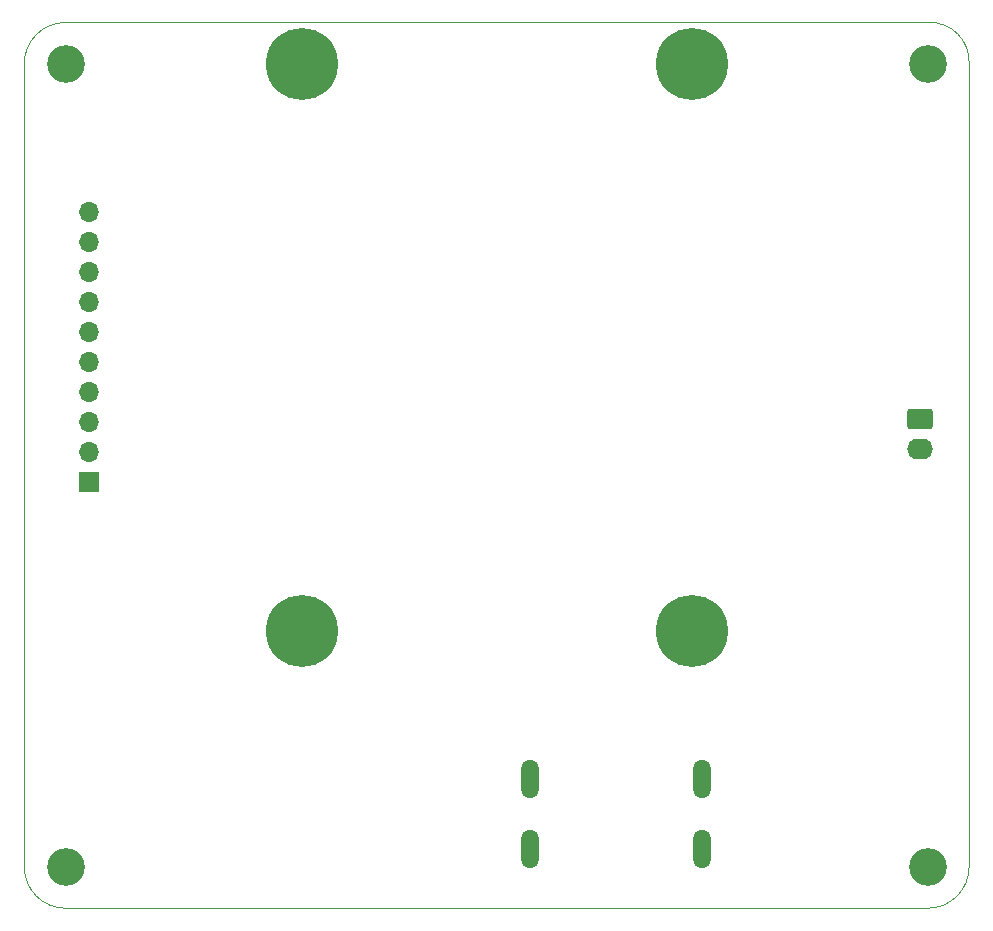
<source format=gbs>
%TF.GenerationSoftware,KiCad,Pcbnew,(5.99.0-9568-gb9d26a55f2)*%
%TF.CreationDate,2021-03-08T15:42:01+01:00*%
%TF.ProjectId,cm4_cb_use_v01,636d345f-6362-45f7-9573-655f7630312e,v01*%
%TF.SameCoordinates,PXa0d7c80PY44cb540*%
%TF.FileFunction,Soldermask,Bot*%
%TF.FilePolarity,Negative*%
%FSLAX46Y46*%
G04 Gerber Fmt 4.6, Leading zero omitted, Abs format (unit mm)*
G04 Created by KiCad (PCBNEW (5.99.0-9568-gb9d26a55f2)) date 2021-03-08 15:42:01*
%MOMM*%
%LPD*%
G01*
G04 APERTURE LIST*
G04 Aperture macros list*
%AMRoundRect*
0 Rectangle with rounded corners*
0 $1 Rounding radius*
0 $2 $3 $4 $5 $6 $7 $8 $9 X,Y pos of 4 corners*
0 Add a 4 corners polygon primitive as box body*
4,1,4,$2,$3,$4,$5,$6,$7,$8,$9,$2,$3,0*
0 Add four circle primitives for the rounded corners*
1,1,$1+$1,$2,$3*
1,1,$1+$1,$4,$5*
1,1,$1+$1,$6,$7*
1,1,$1+$1,$8,$9*
0 Add four rect primitives between the rounded corners*
20,1,$1+$1,$2,$3,$4,$5,0*
20,1,$1+$1,$4,$5,$6,$7,0*
20,1,$1+$1,$6,$7,$8,$9,0*
20,1,$1+$1,$8,$9,$2,$3,0*%
G04 Aperture macros list end*
%TA.AperFunction,Profile*%
%ADD10C,0.100000*%
%TD*%
%ADD11RoundRect,0.250000X-0.845000X0.620000X-0.845000X-0.620000X0.845000X-0.620000X0.845000X0.620000X0*%
%ADD12O,2.190000X1.740000*%
%ADD13R,1.700000X1.700000*%
%ADD14O,1.700000X1.700000*%
%ADD15C,3.200000*%
%ADD16C,6.100000*%
%ADD17O,1.500000X3.300000*%
G04 APERTURE END LIST*
D10*
X-88656000Y23636000D02*
X-15656000Y23636000D01*
X-12156000Y-47864000D02*
X-12156000Y20136000D01*
X-92156000Y20136000D02*
X-92156000Y-47864000D01*
X-12156000Y20136000D02*
G75*
G03*
X-15656000Y23636000I-3325707J174293D01*
G01*
X-92156002Y20136002D02*
G75*
G02*
X-88656000Y23636000I3500000J-2D01*
G01*
X-15655998Y-51363998D02*
G75*
G03*
X-12156000Y-47864000I0J3499998D01*
G01*
X-88656002Y-51364002D02*
G75*
G02*
X-92156000Y-47864000I2J3500000D01*
G01*
X-88656000Y-51364000D02*
X-15656000Y-51364000D01*
D11*
%TO.C,J4*%
X-16276000Y-9906000D03*
D12*
X-16276000Y-12446000D03*
%TD*%
D13*
%TO.C,J1*%
X-86656000Y-15289000D03*
D14*
X-86656000Y-12749000D03*
X-86656000Y-10209000D03*
X-86656000Y-7669000D03*
X-86656000Y-5129000D03*
X-86656000Y-2589000D03*
X-86656000Y-49000D03*
X-86656000Y2491000D03*
X-86656000Y5031000D03*
X-86656000Y7571000D03*
%TD*%
D15*
%TO.C,REF\u002A\u002A*%
X-15656000Y20136000D03*
%TD*%
%TO.C,REF\u002A\u002A*%
X-88656000Y-47864000D03*
%TD*%
D16*
%TO.C,Module1*%
X-35656000Y-27864000D03*
X-35656000Y20136000D03*
X-68656000Y20136000D03*
X-68656000Y-27864000D03*
%TD*%
D15*
%TO.C,REF\u002A\u002A*%
X-15656000Y-47864000D03*
%TD*%
%TO.C,REF\u002A\u002A*%
X-88656000Y20136000D03*
%TD*%
D17*
%TO.C,J2*%
X-49306000Y-40409000D03*
X-34806000Y-40409000D03*
X-49306000Y-46369000D03*
X-34806000Y-46369000D03*
%TD*%
M02*

</source>
